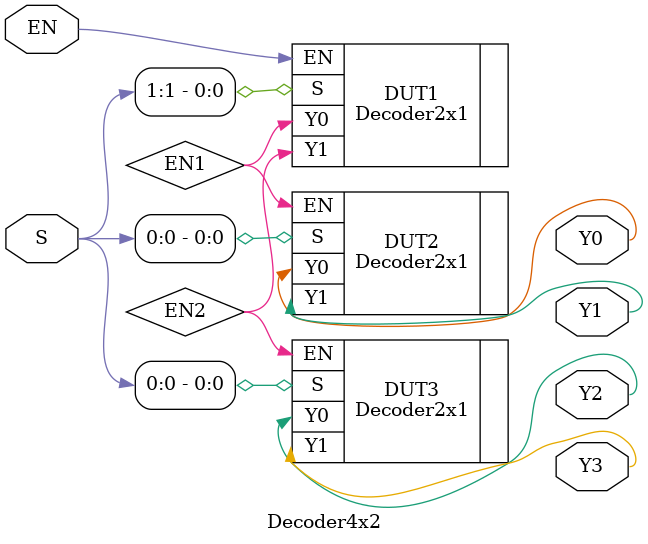
<source format=v>
module Decoder4x2(S,EN,Y0,Y1,Y2,Y3);
input [1:0]S;
input EN;
output Y0,Y1,Y2,Y3;
wire EN1,EN2;
Decoder2x1 DUT1(.S(S[1]),.EN(EN),.Y0(EN1),.Y1(EN2));
Decoder2x1 DUT2(.S(S[0]),.EN(EN1),.Y0(Y0),.Y1(Y1));
Decoder2x1 DUT3(.S(S[0]),.EN(EN2),.Y0(Y2),.Y1(Y3));

endmodule
</source>
